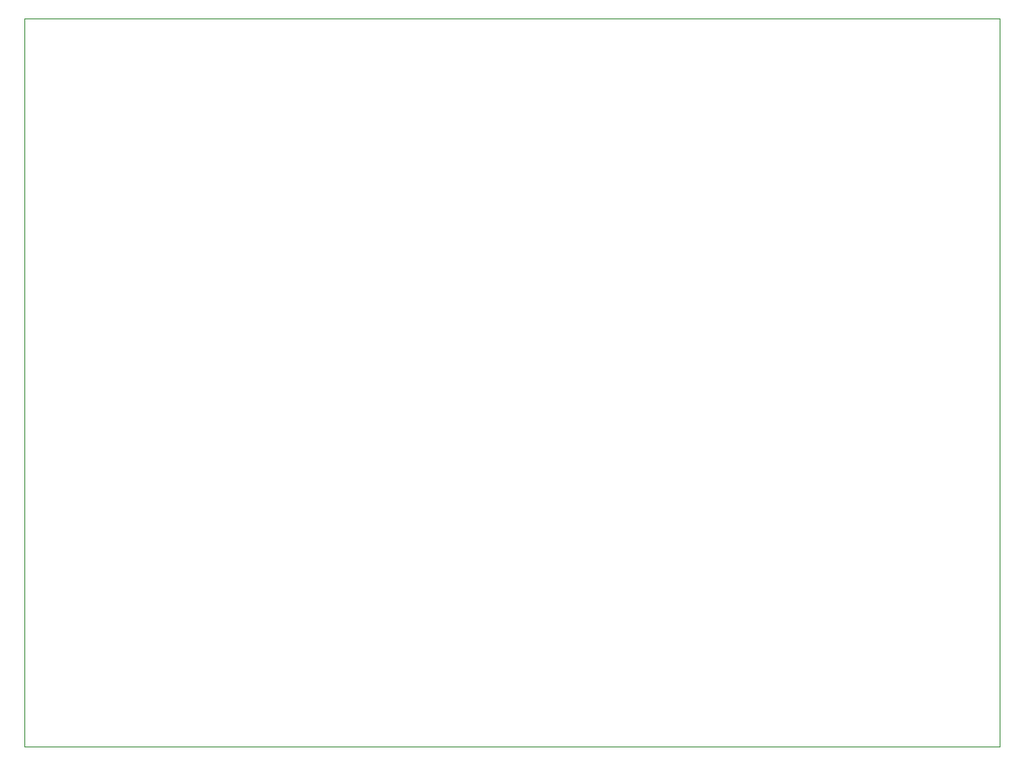
<source format=gbr>
%TF.GenerationSoftware,KiCad,Pcbnew,8.0.8*%
%TF.CreationDate,2025-03-31T15:18:46-05:00*%
%TF.ProjectId,group1_battlebot,67726f75-7031-45f6-9261-74746c65626f,rev?*%
%TF.SameCoordinates,Original*%
%TF.FileFunction,Profile,NP*%
%FSLAX46Y46*%
G04 Gerber Fmt 4.6, Leading zero omitted, Abs format (unit mm)*
G04 Created by KiCad (PCBNEW 8.0.8) date 2025-03-31 15:18:46*
%MOMM*%
%LPD*%
G01*
G04 APERTURE LIST*
%TA.AperFunction,Profile*%
%ADD10C,0.050000*%
%TD*%
G04 APERTURE END LIST*
D10*
X31115000Y-40538400D02*
X129286000Y-40538400D01*
X129286000Y-113944400D01*
X31115000Y-113944400D01*
X31115000Y-40538400D01*
M02*

</source>
